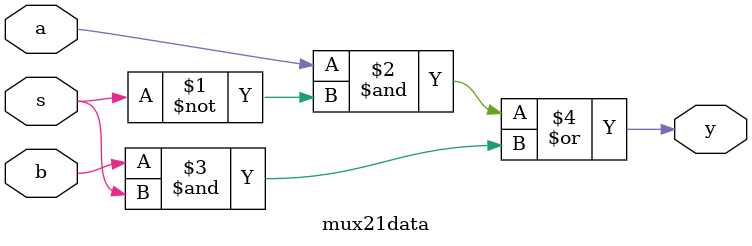
<source format=v>
`timescale 1ns / 1ps
module mux41data(c,d,e,f,sel,out);
input c,d,e,f;
input[1:0] sel;
output out;
wire y0,y1;
mux21data u1(.a(c),.b(d),.y(y0),.s(sel[0]));
mux21data u2(.a(e),.b(f),.y(y1),.s(sel[0]));
mux21data u3(.a(y0),.b(y1),.y(out),.s(sel[1]));
endmodule
//////////////////////////////////////////////////////////////////////////////////
module mux21data(y,a,b,s);
input a,b,s;
output y;
assign y={(a&(~s))|(b&s)};
endmodule

</source>
